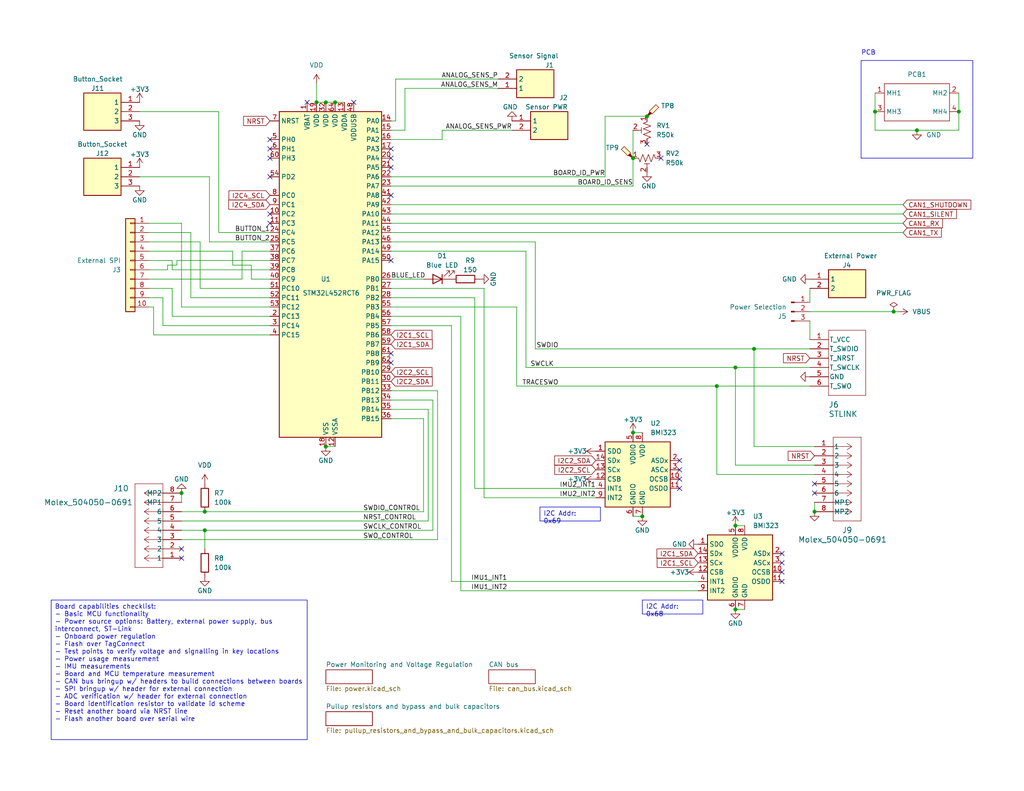
<source format=kicad_sch>
(kicad_sch (version 20230121) (generator eeschema)
  (paper "USLetter")
  (lib_symbols
    (symbol "Connector:Conn_01x03_Pin" (pin_names (offset 1.016) hide)
      (property "Reference" "J" (at 0 5.08 0))
      (property "Value" "Conn_01x03_Pin" (at 0 -5.08 0))
      (symbol "Conn_01x03_Pin_1_1"
        (polyline (pts (xy 1.27 -2.54) (xy 0.8636 -2.54)) (stroke (width 0.1524)))
        (polyline (pts (xy 1.27 0) (xy 0.8636 0)) (stroke (width 0.1524)))
        (polyline (pts (xy 1.27 2.54) (xy 0.8636 2.54)) (stroke (width 0.1524)))
        (rectangle (start 0.8636 -2.413) (end 0 -2.667) (stroke (width 0.1524)) (fill (type outline)))
        (rectangle (start 0.8636 0.127) (end 0 -0.127) (stroke (width 0.1524)) (fill (type outline)))
        (rectangle (start 0.8636 2.667) (end 0 2.413) (stroke (width 0.1524)) (fill (type outline)))
        (pin passive line (at 5.08 2.54 180) (length 3.81) (name "Pin_1") (number "1"))
        (pin passive line (at 5.08 0 180) (length 3.81) (name "Pin_2") (number "2"))
        (pin passive line (at 5.08 -2.54 180) (length 3.81) (name "Pin_3") (number "3"))
      )
    )
    (symbol "Connector:TestPoint_Probe" (pin_numbers hide) (pin_names (offset 0.762) hide)
      (property "Reference" "TP" (at 1.651 5.842 0))
      (property "Value" "TestPoint_Probe" (at 1.651 4.064 0))
      (symbol "TestPoint_Probe_0_1"
        (polyline (pts (xy 1.27 0.762) (xy 0 0) (xy 0.762 1.27) (xy 1.27 0.762)) (fill (type outline)))
        (polyline (pts (xy 1.397 0.635) (xy 0.635 1.397) (xy 2.413 3.175) (xy 3.175 2.413) (xy 1.397 0.635)) (fill (type background)))
      )
      (symbol "TestPoint_Probe_1_1"
        (pin passive line (at 0 0 90) (length 0) (name "1") (number "1"))
      )
    )
    (symbol "Connector_Generic:Conn_01x10" (pin_names (offset 1.016) hide)
      (property "Reference" "J" (at 0 12.7 0))
      (property "Value" "Conn_01x10" (at 0 -15.24 0))
      (symbol "Conn_01x10_1_1"
        (rectangle (start -1.27 -12.573) (end 0 -12.827) (stroke (width 0.1524)))
        (rectangle (start -1.27 -10.033) (end 0 -10.287) (stroke (width 0.1524)))
        (rectangle (start -1.27 -7.493) (end 0 -7.747) (stroke (width 0.1524)))
        (rectangle (start -1.27 -4.953) (end 0 -5.207) (stroke (width 0.1524)))
        (rectangle (start -1.27 -2.413) (end 0 -2.667) (stroke (width 0.1524)))
        (rectangle (start -1.27 0.127) (end 0 -0.127) (stroke (width 0.1524)))
        (rectangle (start -1.27 2.667) (end 0 2.413) (stroke (width 0.1524)))
        (rectangle (start -1.27 5.207) (end 0 4.953) (stroke (width 0.1524)))
        (rectangle (start -1.27 7.747) (end 0 7.493) (stroke (width 0.1524)))
        (rectangle (start -1.27 10.287) (end 0 10.033) (stroke (width 0.1524)))
        (rectangle (start -1.27 11.43) (end 1.27 -13.97) (stroke (width 0.254)) (fill (type background)))
        (pin passive line (at -5.08 10.16 0) (length 3.81) (name "Pin_1") (number "1"))
        (pin passive line (at -5.08 -12.7 0) (length 3.81) (name "Pin_10") (number "10"))
        (pin passive line (at -5.08 7.62 0) (length 3.81) (name "Pin_2") (number "2"))
        (pin passive line (at -5.08 5.08 0) (length 3.81) (name "Pin_3") (number "3"))
        (pin passive line (at -5.08 2.54 0) (length 3.81) (name "Pin_4") (number "4"))
        (pin passive line (at -5.08 0 0) (length 3.81) (name "Pin_5") (number "5"))
        (pin passive line (at -5.08 -2.54 0) (length 3.81) (name "Pin_6") (number "6"))
        (pin passive line (at -5.08 -5.08 0) (length 3.81) (name "Pin_7") (number "7"))
        (pin passive line (at -5.08 -7.62 0) (length 3.81) (name "Pin_8") (number "8"))
        (pin passive line (at -5.08 -10.16 0) (length 3.81) (name "Pin_9") (number "9"))
      )
    )
    (symbol "Device:LED" (pin_numbers hide) (pin_names (offset 1.016) hide)
      (property "Reference" "D" (at 0 2.54 0))
      (property "Value" "LED" (at 0 -2.54 0))
      (symbol "LED_0_1"
        (polyline (pts (xy -1.27 -1.27) (xy -1.27 1.27)) (stroke (width 0.254)))
        (polyline (pts (xy -1.27 0) (xy 1.27 0)))
        (polyline (pts (xy 1.27 -1.27) (xy 1.27 1.27) (xy -1.27 0) (xy 1.27 -1.27)) (stroke (width 0.254)))
        (polyline (pts (xy -3.048 -0.762) (xy -4.572 -2.286) (xy -3.81 -2.286) (xy -4.572 -2.286) (xy -4.572 -1.524)))
        (polyline (pts (xy -1.778 -0.762) (xy -3.302 -2.286) (xy -2.54 -2.286) (xy -3.302 -2.286) (xy -3.302 -1.524)))
      )
      (symbol "LED_1_1"
        (pin passive line (at -3.81 0 0) (length 2.54) (name "K") (number "1"))
        (pin passive line (at 3.81 0 180) (length 2.54) (name "A") (number "2"))
      )
    )
    (symbol "Device:R" (pin_numbers hide) (pin_names (offset 0))
      (property "Reference" "R" (at 2.032 0 90))
      (property "Value" "R" (at 0 0 90))
      (symbol "R_0_1"
        (rectangle (start -1.016 -2.54) (end 1.016 2.54) (stroke (width 0.254)))
      )
      (symbol "R_1_1"
        (pin passive line (at 0 3.81 270) (length 1.27) (name "~") (number "1"))
        (pin passive line (at 0 -3.81 90) (length 1.27) (name "~") (number "2"))
      )
    )
    (symbol "Device:R_Potentiometer_Trim_US" (pin_names (offset 1.016) hide)
      (property "Reference" "RV" (at -4.445 0 90))
      (property "Value" "R_Potentiometer_Trim_US" (at -2.54 0 90))
      (symbol "R_Potentiometer_Trim_US_0_1"
        (polyline (pts (xy 0 -2.286) (xy 0 -2.54)))
        (polyline (pts (xy 0 2.286) (xy 0 2.54)))
        (polyline (pts (xy 1.524 0.762) (xy 1.524 -0.762)))
        (polyline (pts (xy 2.54 0) (xy 1.524 0)))
        (polyline (pts (xy 0 -0.762) (xy 1.016 -1.143) (xy 0 -1.524) (xy -1.016 -1.905) (xy 0 -2.286)))
        (polyline (pts (xy 0 0.762) (xy 1.016 0.381) (xy 0 0) (xy -1.016 -0.381) (xy 0 -0.762)))
        (polyline (pts (xy 0 2.286) (xy 1.016 1.905) (xy 0 1.524) (xy -1.016 1.143) (xy 0 0.762)))
      )
      (symbol "R_Potentiometer_Trim_US_1_1"
        (pin passive line (at 0 3.81 270) (length 1.27) (name "1") (number "1"))
        (pin passive line (at 3.81 0 180) (length 1.27) (name "2") (number "2"))
        (pin passive line (at 0 -3.81 90) (length 1.27) (name "3") (number "3"))
      )
    )
    (symbol "MCU_ST_STM32L4:STM32L452RETx"
      (property "Reference" "U" (at -12.7 46.99 0))
      (property "Value" "STM32L452RETx" (at 10.16 46.99 0))
      (symbol "STM32L452RETx_0_1"
        (rectangle (start -12.7 -43.18) (end 15.24 45.72) (stroke (width 0.254)) (fill (type background)))
      )
      (symbol "STM32L452RETx_1_1"
        (pin power_in line (at -5.08 48.26 270) (length 2.54) (name "VBAT") (number "1"))
        (pin bidirectional line (at -15.24 17.78 0) (length 2.54) (name "PC2") (number "10"))
        (pin bidirectional line (at -15.24 15.24 0) (length 2.54) (name "PC3") (number "11"))
        (pin power_in line (at 2.54 -45.72 90) (length 2.54) (name "VSSA") (number "12"))
        (pin power_in line (at 5.08 48.26 270) (length 2.54) (name "VDDA") (number "13"))
        (pin bidirectional line (at 17.78 43.18 180) (length 2.54) (name "PA0") (number "14"))
        (pin bidirectional line (at 17.78 40.64 180) (length 2.54) (name "PA1") (number "15"))
        (pin bidirectional line (at 17.78 38.1 180) (length 2.54) (name "PA2") (number "16"))
        (pin bidirectional line (at 17.78 35.56 180) (length 2.54) (name "PA3") (number "17"))
        (pin power_in line (at 0 -45.72 90) (length 2.54) (name "VSS") (number "18"))
        (pin power_in line (at -2.54 48.26 270) (length 2.54) (name "VDD") (number "19"))
        (pin bidirectional line (at -15.24 -10.16 0) (length 2.54) (name "PC13") (number "2"))
        (pin bidirectional line (at 17.78 33.02 180) (length 2.54) (name "PA4") (number "20"))
        (pin bidirectional line (at 17.78 30.48 180) (length 2.54) (name "PA5") (number "21"))
        (pin bidirectional line (at 17.78 27.94 180) (length 2.54) (name "PA6") (number "22"))
        (pin bidirectional line (at 17.78 25.4 180) (length 2.54) (name "PA7") (number "23"))
        (pin bidirectional line (at -15.24 12.7 0) (length 2.54) (name "PC4") (number "24"))
        (pin bidirectional line (at -15.24 10.16 0) (length 2.54) (name "PC5") (number "25"))
        (pin bidirectional line (at 17.78 0 180) (length 2.54) (name "PB0") (number "26"))
        (pin bidirectional line (at 17.78 -2.54 180) (length 2.54) (name "PB1") (number "27"))
        (pin bidirectional line (at 17.78 -5.08 180) (length 2.54) (name "PB2") (number "28"))
        (pin bidirectional line (at 17.78 -25.4 180) (length 2.54) (name "PB10") (number "29"))
        (pin bidirectional line (at -15.24 -12.7 0) (length 2.54) (name "PC14") (number "3"))
        (pin bidirectional line (at 17.78 -27.94 180) (length 2.54) (name "PB11") (number "30"))
        (pin passive line (at 0 -45.72 90) (length 2.54) hide (name "VSS") (number "31"))
        (pin power_in line (at 0 48.26 270) (length 2.54) (name "VDD") (number "32"))
        (pin bidirectional line (at 17.78 -30.48 180) (length 2.54) (name "PB12") (number "33"))
        (pin bidirectional line (at 17.78 -33.02 180) (length 2.54) (name "PB13") (number "34"))
        (pin bidirectional line (at 17.78 -35.56 180) (length 2.54) (name "PB14") (number "35"))
        (pin bidirectional line (at 17.78 -38.1 180) (length 2.54) (name "PB15") (number "36"))
        (pin bidirectional line (at -15.24 7.62 0) (length 2.54) (name "PC6") (number "37"))
        (pin bidirectional line (at -15.24 5.08 0) (length 2.54) (name "PC7") (number "38"))
        (pin bidirectional line (at -15.24 2.54 0) (length 2.54) (name "PC8") (number "39"))
        (pin bidirectional line (at -15.24 -15.24 0) (length 2.54) (name "PC15") (number "4"))
        (pin bidirectional line (at -15.24 0 0) (length 2.54) (name "PC9") (number "40"))
        (pin bidirectional line (at 17.78 22.86 180) (length 2.54) (name "PA8") (number "41"))
        (pin bidirectional line (at 17.78 20.32 180) (length 2.54) (name "PA9") (number "42"))
        (pin bidirectional line (at 17.78 17.78 180) (length 2.54) (name "PA10") (number "43"))
        (pin bidirectional line (at 17.78 15.24 180) (length 2.54) (name "PA11") (number "44"))
        (pin bidirectional line (at 17.78 12.7 180) (length 2.54) (name "PA12") (number "45"))
        (pin bidirectional line (at 17.78 10.16 180) (length 2.54) (name "PA13") (number "46"))
        (pin passive line (at 0 -45.72 90) (length 2.54) hide (name "VSS") (number "47"))
        (pin power_in line (at 7.62 48.26 270) (length 2.54) (name "VDDUSB") (number "48"))
        (pin bidirectional line (at 17.78 7.62 180) (length 2.54) (name "PA14") (number "49"))
        (pin bidirectional line (at -15.24 38.1 0) (length 2.54) (name "PH0") (number "5"))
        (pin bidirectional line (at 17.78 5.08 180) (length 2.54) (name "PA15") (number "50"))
        (pin bidirectional line (at -15.24 -2.54 0) (length 2.54) (name "PC10") (number "51"))
        (pin bidirectional line (at -15.24 -5.08 0) (length 2.54) (name "PC11") (number "52"))
        (pin bidirectional line (at -15.24 -7.62 0) (length 2.54) (name "PC12") (number "53"))
        (pin bidirectional line (at -15.24 27.94 0) (length 2.54) (name "PD2") (number "54"))
        (pin bidirectional line (at 17.78 -7.62 180) (length 2.54) (name "PB3") (number "55"))
        (pin bidirectional line (at 17.78 -10.16 180) (length 2.54) (name "PB4") (number "56"))
        (pin bidirectional line (at 17.78 -12.7 180) (length 2.54) (name "PB5") (number "57"))
        (pin bidirectional line (at 17.78 -15.24 180) (length 2.54) (name "PB6") (number "58"))
        (pin bidirectional line (at 17.78 -17.78 180) (length 2.54) (name "PB7") (number "59"))
        (pin bidirectional line (at -15.24 35.56 0) (length 2.54) (name "PH1") (number "6"))
        (pin bidirectional line (at -15.24 33.02 0) (length 2.54) (name "PH3") (number "60"))
        (pin bidirectional line (at 17.78 -20.32 180) (length 2.54) (name "PB8") (number "61"))
        (pin bidirectional line (at 17.78 -22.86 180) (length 2.54) (name "PB9") (number "62"))
        (pin passive line (at 0 -45.72 90) (length 2.54) hide (name "VSS") (number "63"))
        (pin power_in line (at 2.54 48.26 270) (length 2.54) (name "VDD") (number "64"))
        (pin input line (at -15.24 43.18 0) (length 2.54) (name "NRST") (number "7"))
        (pin bidirectional line (at -15.24 22.86 0) (length 2.54) (name "PC0") (number "8"))
        (pin bidirectional line (at -15.24 20.32 0) (length 2.54) (name "PC1") (number "9"))
      )
    )
    (symbol "Sensor_Motion:BMI160"
      (property "Reference" "U" (at -10.16 8.89 0))
      (property "Value" "BMI160" (at 7.62 8.89 0))
      (symbol "BMI160_1_1"
        (rectangle (start -10.16 7.62) (end 7.62 -10.16) (stroke (width 0.254)) (fill (type background)))
        (pin bidirectional line (at -12.7 5.08 0) (length 2.54) (name "SDO") (number "1"))
        (pin bidirectional line (at 10.16 -2.54 180) (length 2.54) (name "OCSB") (number "10"))
        (pin bidirectional line (at 10.16 -5.08 180) (length 2.54) (name "OSDO") (number "11"))
        (pin input line (at -12.7 -2.54 0) (length 2.54) (name "CSB") (number "12"))
        (pin input line (at -12.7 0 0) (length 2.54) (name "SCx") (number "13"))
        (pin bidirectional line (at -12.7 2.54 0) (length 2.54) (name "SDx") (number "14"))
        (pin bidirectional line (at 10.16 2.54 180) (length 2.54) (name "ASDx") (number "2"))
        (pin output line (at 10.16 0 180) (length 2.54) (name "ASCx") (number "3"))
        (pin bidirectional line (at -12.7 -5.08 0) (length 2.54) (name "INT1") (number "4"))
        (pin power_in line (at -2.54 10.16 270) (length 2.54) (name "VDDIO") (number "5"))
        (pin power_in line (at -2.54 -12.7 90) (length 2.54) (name "GNDIO") (number "6"))
        (pin power_in line (at 0 -12.7 90) (length 2.54) (name "GND") (number "7"))
        (pin power_in line (at 0 10.16 270) (length 2.54) (name "VDD") (number "8"))
        (pin bidirectional line (at -12.7 -7.62 0) (length 2.54) (name "INT2") (number "9"))
      )
    )
    (symbol "TVSC:B2B-PH-K-S__LF__SN_"
      (property "Reference" "J" (at 16.51 7.62 0))
      (property "Value" "B2B-PH-K-S__LF__SN_" (at 16.51 5.08 0))
      (symbol "B2B-PH-K-S__LF__SN__1_1"
        (rectangle (start 5.08 2.54) (end 15.24 -5.08) (stroke (width 0.254)) (fill (type background)))
        (pin passive line (at 0 -2.54 0) (length 5.08) (name "1") (number "1"))
        (pin passive line (at 0 0 0) (length 5.08) (name "2") (number "2"))
      )
    )
    (symbol "TVSC:B3B-PH-K-S"
      (property "Reference" "J" (at 16.51 7.62 0))
      (property "Value" "B3B-PH-K-S" (at 16.51 5.08 0))
      (symbol "B3B-PH-K-S_1_1"
        (rectangle (start 5.08 2.54) (end 15.24 -7.62) (stroke (width 0.254)) (fill (type background)))
        (pin passive line (at 0 0 0) (length 5.08) (name "1") (number "1"))
        (pin passive line (at 0 -2.54 0) (length 5.08) (name "2") (number "2"))
        (pin passive line (at 0 -5.08 0) (length 5.08) (name "3") (number "3"))
      )
    )
    (symbol "TVSC:Four_Mounting_Hole_PCB" (in_bom no)
      (property "Reference" "PCB" (at 0 0 0))
      (symbol "Four_Mounting_Hole_PCB_0_1"
        (rectangle (start -8.89 5.08) (end 8.89 -5.08))
      )
      (symbol "Four_Mounting_Hole_PCB_1_1"
        (pin power_in line (at -11.43 2.54 0) (length 2.54) (name "MH1") (number "1"))
        (pin power_in line (at 11.43 2.54 180) (length 2.54) (name "MH2") (number "2"))
        (pin power_in line (at -11.43 -2.54 0) (length 2.54) (name "MH3") (number "3"))
        (pin power_in line (at 11.43 -2.54 180) (length 2.54) (name "MH4") (number "4"))
      )
    )
    (symbol "TVSC:Molex_504050-0691" (pin_names (offset 0.254))
      (property "Reference" "J" (at 13.97 -7.62 0))
      (property "Value" "Molex_504050-0691" (at 25.4 -10.16 0))
      (symbol "Molex_504050-0691_1_1"
        (polyline (pts (xy 5.08 -20.32) (xy 12.7 -20.32)) (stroke (width 0.127)))
        (polyline (pts (xy 5.08 2.54) (xy 5.08 -20.32)) (stroke (width 0.127)))
        (polyline (pts (xy 10.16 -17.78) (xy 5.08 -17.78)) (stroke (width 0.127)))
        (polyline (pts (xy 10.16 -17.78) (xy 8.89 -18.6267)) (stroke (width 0.127)))
        (polyline (pts (xy 10.16 -17.78) (xy 8.89 -16.9333)) (stroke (width 0.127)))
        (polyline (pts (xy 10.16 -15.24) (xy 5.08 -15.24)) (stroke (width 0.127)))
        (polyline (pts (xy 10.16 -15.24) (xy 8.89 -16.0867)) (stroke (width 0.127)))
        (polyline (pts (xy 10.16 -15.24) (xy 8.89 -14.3933)) (stroke (width 0.127)))
        (polyline (pts (xy 10.16 -12.7) (xy 5.08 -12.7)) (stroke (width 0.127)))
        (polyline (pts (xy 10.16 -12.7) (xy 8.89 -13.5467)) (stroke (width 0.127)))
        (polyline (pts (xy 10.16 -12.7) (xy 8.89 -11.8533)) (stroke (width 0.127)))
        (polyline (pts (xy 10.16 -10.16) (xy 5.08 -10.16)) (stroke (width 0.127)))
        (polyline (pts (xy 10.16 -10.16) (xy 8.89 -11.0067)) (stroke (width 0.127)))
        (polyline (pts (xy 10.16 -10.16) (xy 8.89 -9.3133)) (stroke (width 0.127)))
        (polyline (pts (xy 10.16 -7.62) (xy 5.08 -7.62)) (stroke (width 0.127)))
        (polyline (pts (xy 10.16 -7.62) (xy 8.89 -8.4667)) (stroke (width 0.127)))
        (polyline (pts (xy 10.16 -7.62) (xy 8.89 -6.7733)) (stroke (width 0.127)))
        (polyline (pts (xy 10.16 -5.08) (xy 5.08 -5.08)) (stroke (width 0.127)))
        (polyline (pts (xy 10.16 -5.08) (xy 8.89 -5.9267)) (stroke (width 0.127)))
        (polyline (pts (xy 10.16 -5.08) (xy 8.89 -4.2333)) (stroke (width 0.127)))
        (polyline (pts (xy 10.16 -2.54) (xy 5.08 -2.54)) (stroke (width 0.127)))
        (polyline (pts (xy 10.16 -2.54) (xy 8.89 -3.3867)) (stroke (width 0.127)))
        (polyline (pts (xy 10.16 -2.54) (xy 8.89 -1.6933)) (stroke (width 0.127)))
        (polyline (pts (xy 10.16 0) (xy 5.08 0)) (stroke (width 0.127)))
        (polyline (pts (xy 10.16 0) (xy 8.89 -0.8467)) (stroke (width 0.127)))
        (polyline (pts (xy 10.16 0) (xy 8.89 0.8467)) (stroke (width 0.127)))
        (polyline (pts (xy 12.7 -20.32) (xy 12.7 2.54)) (stroke (width 0.127)))
        (polyline (pts (xy 12.7 2.54) (xy 5.08 2.54)) (stroke (width 0.127)))
        (pin passive line (at 0 0 0) (length 5.08) (name "1") (number "1"))
        (pin passive line (at 0 -2.54 0) (length 5.08) (name "2") (number "2"))
        (pin passive line (at 0 -5.08 0) (length 5.08) (name "3") (number "3"))
        (pin passive line (at 0 -7.62 0) (length 5.08) (name "4") (number "4"))
        (pin passive line (at 0 -10.16 0) (length 5.08) (name "5") (number "5"))
        (pin passive line (at 0 -12.7 0) (length 5.08) (name "6") (number "6"))
        (pin power_in line (at 0 -15.24 0) (length 5.08) (name "MP1") (number "7"))
        (pin power_in line (at 0 -17.78 0) (length 5.08) (name "MP2") (number "8"))
      )
      (symbol "Molex_504050-0691_1_2"
        (polyline (pts (xy 5.08 -20.32) (xy 12.7 -20.32)) (stroke (width 0.127)))
        (polyline (pts (xy 5.08 2.54) (xy 5.08 -20.32)) (stroke (width 0.127)))
        (polyline (pts (xy 7.62 -17.78) (xy 5.08 -17.78)) (stroke (width 0.127)))
        (polyline (pts (xy 7.62 -17.78) (xy 8.89 -18.6267)) (stroke (width 0.127)))
        (polyline (pts (xy 7.62 -17.78) (xy 8.89 -16.9333)) (stroke (width 0.127)))
        (polyline (pts (xy 7.62 -15.24) (xy 5.08 -15.24)) (stroke (width 0.127)))
        (polyline (pts (xy 7.62 -15.24) (xy 8.89 -16.0867)) (stroke (width 0.127)))
        (polyline (pts (xy 7.62 -15.24) (xy 8.89 -14.3933)) (stroke (width 0.127)))
        (polyline (pts (xy 7.62 -12.7) (xy 5.08 -12.7)) (stroke (width 0.127)))
        (polyline (pts (xy 7.62 -12.7) (xy 8.89 -13.5467)) (stroke (width 0.127)))
        (polyline (pts (xy 7.62 -12.7) (xy 8.89 -11.8533)) (stroke (width 0.127)))
        (polyline (pts (xy 7.62 -10.16) (xy 5.08 -10.16)) (stroke (width 0.127)))
        (polyline (pts (xy 7.62 -10.16) (xy 8.89 -11.0067)) (stroke (width 0.127)))
        (polyline (pts (xy 7.62 -10.16) (xy 8.89 -9.3133)) (stroke (width 0.127)))
        (polyline (pts (xy 7.62 -7.62) (xy 5.08 -7.62)) (stroke (width 0.127)))
        (polyline (pts (xy 7.62 -7.62) (xy 8.89 -8.4667)) (stroke (width 0.127)))
        (polyline (pts (xy 7.62 -7.62) (xy 8.89 -6.7733)) (stroke (width 0.127)))
        (polyline (pts (xy 7.62 -5.08) (xy 5.08 -5.08)) (stroke (width 0.127)))
        (polyline (pts (xy 7.62 -5.08) (xy 8.89 -5.9267)) (stroke (width 0.127)))
        (polyline (pts (xy 7.62 -5.08) (xy 8.89 -4.2333)) (stroke (width 0.127)))
        (polyline (pts (xy 7.62 -2.54) (xy 5.08 -2.54)) (stroke (width 0.127)))
        (polyline (pts (xy 7.62 -2.54) (xy 8.89 -3.3867)) (stroke (width 0.127)))
        (polyline (pts (xy 7.62 -2.54) (xy 8.89 -1.6933)) (stroke (width 0.127)))
        (polyline (pts (xy 7.62 0) (xy 5.08 0)) (stroke (width 0.127)))
        (polyline (pts (xy 7.62 0) (xy 8.89 -0.8467)) (stroke (width 0.127)))
        (polyline (pts (xy 7.62 0) (xy 8.89 0.8467)) (stroke (width 0.127)))
        (polyline (pts (xy 12.7 -20.32) (xy 12.7 2.54)) (stroke (width 0.127)))
        (polyline (pts (xy 12.7 2.54) (xy 5.08 2.54)) (stroke (width 0.127)))
        (pin unspecified line (at 0 0 0) (length 5.08) (name "1") (number "1"))
        (pin unspecified line (at 0 -2.54 0) (length 5.08) (name "2") (number "2"))
        (pin unspecified line (at 0 -5.08 0) (length 5.08) (name "3") (number "3"))
        (pin unspecified line (at 0 -7.62 0) (length 5.08) (name "4") (number "4"))
        (pin unspecified line (at 0 -10.16 0) (length 5.08) (name "5") (number "5"))
        (pin unspecified line (at 0 -12.7 0) (length 5.08) (name "6") (number "6"))
        (pin unspecified line (at 0 -15.24 0) (length 5.08) (name "7") (number "7"))
        (pin unspecified line (at 0 -17.78 0) (length 5.08) (name "8") (number "8"))
      )
    )
    (symbol "TVSC:STLINK_TagConnect_6" (pin_names (offset 0.254)) (in_bom no)
      (property "Reference" "J" (at 0 6.35 0))
      (property "Value" "STLINK_TagConnect_6" (at 0 -15.24 0))
      (symbol "STLINK_TagConnect_6_1_1"
        (polyline (pts (xy -5.08 -12.7) (xy 5.08 -12.7)) (stroke (width 0.127)))
        (polyline (pts (xy -5.08 5.08) (xy -5.08 -12.7)) (stroke (width 0.127)))
        (polyline (pts (xy 5.08 -12.7) (xy 5.08 5.08)) (stroke (width 0.127)))
        (polyline (pts (xy 5.08 5.08) (xy -5.08 5.08)) (stroke (width 0.127)))
        (pin power_out line (at -10.16 2.54 0) (length 5.08) (name "T_VCC") (number "1"))
        (pin bidirectional line (at -10.16 0 0) (length 5.08) (name "T_SWDIO") (number "2"))
        (pin output line (at -10.16 -2.54 0) (length 5.08) (name "T_NRST") (number "3"))
        (pin input line (at -10.16 -5.08 0) (length 5.08) (name "T_SWCLK") (number "4"))
        (pin power_out line (at -10.16 -7.62 0) (length 5.08) (name "GND") (number "5"))
        (pin output line (at -10.16 -10.16 0) (length 5.08) (name "T_SWO") (number "6"))
      )
      (symbol "STLINK_TagConnect_6_1_2"
        (polyline (pts (xy 5.08 -20.32) (xy 12.7 -20.32)) (stroke (width 0.127)))
        (polyline (pts (xy 5.08 2.54) (xy 5.08 -20.32)) (stroke (width 0.127)))
        (polyline (pts (xy 7.62 -17.78) (xy 5.08 -17.78)) (stroke (width 0.127)))
        (polyline (pts (xy 7.62 -17.78) (xy 8.89 -18.6267)) (stroke (width 0.127)))
        (polyline (pts (xy 7.62 -17.78) (xy 8.89 -16.9333)) (stroke (width 0.127)))
        (polyline (pts (xy 7.62 -15.24) (xy 5.08 -15.24)) (stroke (width 0.127)))
        (polyline (pts (xy 7.62 -15.24) (xy 8.89 -16.0867)) (stroke (width 0.127)))
        (polyline (pts (xy 7.62 -15.24) (xy 8.89 -14.3933)) (stroke (width 0.127)))
        (polyline (pts (xy 7.62 -12.7) (xy 5.08 -12.7)) (stroke (width 0.127)))
        (polyline (pts (xy 7.62 -12.7) (xy 8.89 -13.5467)) (stroke (width 0.127)))
        (polyline (pts (xy 7.62 -12.7) (xy 8.89 -11.8533)) (stroke (width 0.127)))
        (polyline (pts (xy 7.62 -10.16) (xy 5.08 -10.16)) (stroke (width 0.127)))
        (polyline (pts (xy 7.62 -10.16) (xy 8.89 -11.0067)) (stroke (width 0.127)))
        (polyline (pts (xy 7.62 -10.16) (xy 8.89 -9.3133)) (stroke (width 0.127)))
        (polyline (pts (xy 7.62 -7.62) (xy 5.08 -7.62)) (stroke (width 0.127)))
        (polyline (pts (xy 7.62 -7.62) (xy 8.89 -8.4667)) (stroke (width 0.127)))
        (polyline (pts (xy 7.62 -7.62) (xy 8.89 -6.7733)) (stroke (width 0.127)))
        (polyline (pts (xy 7.62 -5.08) (xy 5.08 -5.08)) (stroke (width 0.127)))
        (polyline (pts (xy 7.62 -5.08) (xy 8.89 -5.9267)) (stroke (width 0.127)))
        (polyline (pts (xy 7.62 -5.08) (xy 8.89 -4.2333)) (stroke (width 0.127)))
        (polyline (pts (xy 7.62 -2.54) (xy 5.08 -2.54)) (stroke (width 0.127)))
        (polyline (pts (xy 7.62 -2.54) (xy 8.89 -3.3867)) (stroke (width 0.127)))
        (polyline (pts (xy 7.62 -2.54) (xy 8.89 -1.6933)) (stroke (width 0.127)))
        (polyline (pts (xy 7.62 0) (xy 5.08 0)) (stroke (width 0.127)))
        (polyline (pts (xy 7.62 0) (xy 8.89 -0.8467)) (stroke (width 0.127)))
        (polyline (pts (xy 7.62 0) (xy 8.89 0.8467)) (stroke (width 0.127)))
        (polyline (pts (xy 12.7 -20.32) (xy 12.7 2.54)) (stroke (width 0.127)))
        (polyline (pts (xy 12.7 2.54) (xy 5.08 2.54)) (stroke (width 0.127)))
        (pin unspecified line (at 0 0 0) (length 5.08) (name "1") (number "1"))
        (pin unspecified line (at 0 -2.54 0) (length 5.08) (name "2") (number "2"))
        (pin unspecified line (at 0 -5.08 0) (length 5.08) (name "3") (number "3"))
        (pin unspecified line (at 0 -7.62 0) (length 5.08) (name "4") (number "4"))
        (pin unspecified line (at 0 -10.16 0) (length 5.08) (name "5") (number "5"))
        (pin unspecified line (at 0 -12.7 0) (length 5.08) (name "6") (number "6"))
        (pin unspecified line (at 0 -15.24 0) (length 5.08) (name "7") (number "7"))
        (pin unspecified line (at 0 -17.78 0) (length 5.08) (name "8") (number "8"))
      )
    )
    (symbol "power:+3V3" (power) (pin_names (offset 0))
      (property "Value" "+3V3" (at 0 3.556 0))
      (symbol "+3V3_0_1"
        (polyline (pts (xy -0.762 1.27) (xy 0 2.54)))
        (polyline (pts (xy 0 0) (xy 0 2.54)))
        (polyline (pts (xy 0 2.54) (xy 0.762 1.27)))
      )
      (symbol "+3V3_1_1"
        (pin power_in line (at 0 0 90) (length 0) hide (name "+3V3") (number "1"))
      )
    )
    (symbol "power:GND" (power) (pin_names (offset 0))
      (property "Value" "GND" (at 0 -3.81 0))
      (symbol "GND_0_1"
        (polyline (pts (xy 0 0) (xy 0 -1.27) (xy 1.27 -1.27) (xy 0 -2.54) (xy -1.27 -1.27) (xy 0 -1.27)))
      )
      (symbol "GND_1_1"
        (pin power_in line (at 0 0 270) (length 0) hide (name "GND") (number "1"))
      )
    )
    (symbol "power:PWR_FLAG" (power) (pin_numbers hide) (pin_names (offset 0) hide)
      (property "Value" "PWR_FLAG" (at 0 3.81 0))
      (symbol "PWR_FLAG_0_0"
        (pin power_out line (at 0 0 90) (length 0) (name "pwr") (number "1"))
      )
      (symbol "PWR_FLAG_0_1"
        (polyline (pts (xy 0 0) (xy 0 1.27) (xy -1.016 1.905) (xy 0 2.54) (xy 1.016 1.905) (xy 0 1.27)))
      )
    )
    (symbol "power:VBUS" (power) (pin_names (offset 0))
      (property "Value" "VBUS" (at 0 3.81 0))
      (symbol "VBUS_0_1"
        (polyline (pts (xy -0.762 1.27) (xy 0 2.54)))
        (polyline (pts (xy 0 0) (xy 0 2.54)))
        (polyline (pts (xy 0 2.54) (xy 0.762 1.27)))
      )
      (symbol "VBUS_1_1"
        (pin power_in line (at 0 0 90) (length 0) hide (name "VBUS") (number "1"))
      )
    )
    (symbol "power:VDD" (power) (pin_names (offset 0))
      (property "Value" "VDD" (at 0 3.81 0))
      (symbol "VDD_0_1"
        (polyline (pts (xy -0.762 1.27) (xy 0 2.54)))
        (polyline (pts (xy 0 0) (xy 0 2.54)))
        (polyline (pts (xy 0 2.54) (xy 0.762 1.27)))
      )
      (symbol "VDD_1_1"
        (pin power_in line (at 0 0 90) (length 0) hide (name "VDD") (number "1"))
      )
    )
  )
  (junction (at 250.19 35.56))
  (junction (at 200.66 143.51))
  (junction (at 88.9 121.92))
  (junction (at 175.26 140.97))
  (junction (at 243.84 85.09))
  (junction (at 91.44 27.94))
  (junction (at 205.74 95.25))
  (junction (at 200.66 166.37))
  (junction (at 172.72 43.18))
  (junction (at 55.88 144.78))
  (junction (at 176.53 31.75))
  (junction (at 172.72 118.11))
  (junction (at 88.9 27.94))
  (junction (at 86.36 27.94))
  (junction (at 261.62 30.48))
  (junction (at 222.25 139.7))
  (junction (at 55.88 139.7))
  (junction (at 195.58 105.41))
  (junction (at 238.76 30.48))
  (junction (at 49.53 134.62))
  (junction (at 200.66 100.33))
  (no_connect (at 185.42 125.73))
  (no_connect (at 106.68 40.64))
  (no_connect (at 73.66 58.42))
  (no_connect (at 185.42 130.81))
  (no_connect (at 49.53 152.4))
  (no_connect (at 213.36 158.75))
  (no_connect (at 106.68 99.06))
  (no_connect (at 213.36 156.21))
  (no_connect (at 106.68 43.18))
  (no_connect (at 213.36 153.67))
  (no_connect (at 73.66 38.1))
  (no_connect (at 106.68 45.72))
  (no_connect (at 213.36 151.13))
  (no_connect (at 49.53 149.86))
  (no_connect (at 73.66 40.64))
  (no_connect (at 176.53 39.37))
  (no_connect (at 106.68 71.12))
  (no_connect (at 185.42 128.27))
  (no_connect (at 83.82 27.94))
  (no_connect (at 185.42 133.35))
  (no_connect (at 222.25 132.08))
  (no_connect (at 106.68 53.34))
  (no_connect (at 96.52 27.94))
  (no_connect (at 73.66 60.96))
  (no_connect (at 180.34 43.18))
  (no_connect (at 73.66 48.26))
  (no_connect (at 222.25 134.62))
  (no_connect (at 106.68 96.52))
  (no_connect (at 73.66 43.18))
  (wire (pts (xy 146.05 95.25) (xy 205.74 95.25)))
  (wire (pts (xy 73.66 86.36) (xy 46.99 86.36)))
  (wire (pts (xy 195.58 129.54) (xy 195.58 105.41)))
  (wire (pts (xy 238.76 35.56) (xy 250.19 35.56)))
  (wire (pts (xy 120.65 38.1) (xy 106.68 38.1)))
  (wire (pts (xy 45.72 73.66) (xy 45.72 72.39)))
  (wire (pts (xy 59.69 30.48) (xy 59.69 63.5)))
  (wire (pts (xy 132.08 135.89) (xy 162.56 135.89)))
  (wire (pts (xy 238.76 25.4) (xy 238.76 30.48)))
  (wire (pts (xy 40.64 73.66) (xy 45.72 73.66)))
  (wire (pts (xy 120.65 35.56) (xy 139.7 35.56)))
  (wire (pts (xy 119.38 106.68) (xy 119.38 147.32)))
  (wire (pts (xy 132.08 78.74) (xy 132.08 135.89)))
  (wire (pts (xy 73.66 91.44) (xy 41.91 91.44)))
  (wire (pts (xy 129.54 133.35) (xy 162.56 133.35)))
  (wire (pts (xy 68.58 76.2) (xy 73.66 76.2)))
  (wire (pts (xy 143.51 100.33) (xy 200.66 100.33)))
  (wire (pts (xy 55.88 139.7) (xy 49.53 139.7)))
  (wire (pts (xy 116.84 111.76) (xy 116.84 142.24)))
  (wire (pts (xy 91.44 27.94) (xy 93.98 27.94)))
  (wire (pts (xy 86.36 22.86) (xy 86.36 27.94)))
  (wire (pts (xy 68.58 72.39) (xy 68.58 76.2)))
  (wire (pts (xy 106.68 63.5) (xy 246.38 63.5)))
  (wire (pts (xy 222.25 127) (xy 200.66 127)))
  (wire (pts (xy 106.68 35.56) (xy 110.49 35.56)))
  (wire (pts (xy 146.05 66.04) (xy 146.05 95.25)))
  (wire (pts (xy 165.1 31.75) (xy 176.53 31.75)))
  (wire (pts (xy 86.36 27.94) (xy 88.9 27.94)))
  (wire (pts (xy 250.19 35.56) (xy 261.62 35.56)))
  (wire (pts (xy 172.72 140.97) (xy 175.26 140.97)))
  (wire (pts (xy 59.69 30.48) (xy 38.1 30.48)))
  (wire (pts (xy 118.11 109.22) (xy 118.11 144.78)))
  (wire (pts (xy 115.57 76.2) (xy 106.68 76.2)))
  (wire (pts (xy 107.95 21.59) (xy 135.89 21.59)))
  (wire (pts (xy 146.05 66.04) (xy 106.68 66.04)))
  (wire (pts (xy 129.54 81.28) (xy 129.54 133.35)))
  (wire (pts (xy 63.5 72.39) (xy 68.58 72.39)))
  (wire (pts (xy 54.61 78.74) (xy 73.66 78.74)))
  (wire (pts (xy 66.04 68.58) (xy 66.04 76.2)))
  (wire (pts (xy 44.45 88.9) (xy 44.45 81.28)))
  (wire (pts (xy 222.25 129.54) (xy 195.58 129.54)))
  (wire (pts (xy 55.88 144.78) (xy 118.11 144.78)))
  (wire (pts (xy 40.64 76.2) (xy 66.04 76.2)))
  (wire (pts (xy 106.68 60.96) (xy 246.38 60.96)))
  (wire (pts (xy 54.61 66.04) (xy 40.64 66.04)))
  (wire (pts (xy 46.99 78.74) (xy 40.64 78.74)))
  (wire (pts (xy 106.68 86.36) (xy 125.73 86.36)))
  (wire (pts (xy 106.68 109.22) (xy 118.11 109.22)))
  (wire (pts (xy 41.91 91.44) (xy 41.91 83.82)))
  (wire (pts (xy 106.68 58.42) (xy 246.38 58.42)))
  (wire (pts (xy 40.64 71.12) (xy 46.99 71.12)))
  (wire (pts (xy 46.99 86.36) (xy 46.99 78.74)))
  (wire (pts (xy 49.53 144.78) (xy 55.88 144.78)))
  (wire (pts (xy 49.53 60.96) (xy 49.53 83.82)))
  (wire (pts (xy 190.5 158.75) (xy 123.19 158.75)))
  (wire (pts (xy 140.97 83.82) (xy 106.68 83.82)))
  (wire (pts (xy 73.66 63.5) (xy 59.69 63.5)))
  (wire (pts (xy 63.5 68.58) (xy 40.64 68.58)))
  (wire (pts (xy 48.26 71.12) (xy 73.66 71.12)))
  (wire (pts (xy 106.68 111.76) (xy 116.84 111.76)))
  (wire (pts (xy 116.84 142.24) (xy 49.53 142.24)))
  (wire (pts (xy 106.68 68.58) (xy 143.51 68.58)))
  (wire (pts (xy 123.19 158.75) (xy 123.19 88.9)))
  (wire (pts (xy 52.07 63.5) (xy 40.64 63.5)))
  (wire (pts (xy 49.53 137.16) (xy 49.53 134.62)))
  (wire (pts (xy 220.98 85.09) (xy 243.84 85.09)))
  (wire (pts (xy 88.9 121.92) (xy 91.44 121.92)))
  (wire (pts (xy 222.25 137.16) (xy 222.25 139.7)))
  (wire (pts (xy 49.53 147.32) (xy 119.38 147.32)))
  (wire (pts (xy 49.53 60.96) (xy 40.64 60.96)))
  (wire (pts (xy 106.68 81.28) (xy 129.54 81.28)))
  (wire (pts (xy 200.66 127) (xy 200.66 100.33)))
  (wire (pts (xy 110.49 35.56) (xy 110.49 24.13)))
  (wire (pts (xy 52.07 81.28) (xy 73.66 81.28)))
  (wire (pts (xy 172.72 50.8) (xy 106.68 50.8)))
  (wire (pts (xy 44.45 81.28) (xy 40.64 81.28)))
  (wire (pts (xy 57.15 66.04) (xy 73.66 66.04)))
  (wire (pts (xy 172.72 118.11) (xy 175.26 118.11)))
  (wire (pts (xy 63.5 68.58) (xy 63.5 72.39)))
  (wire (pts (xy 41.91 83.82) (xy 40.64 83.82)))
  (wire (pts (xy 238.76 30.48) (xy 238.76 35.56)))
  (wire (pts (xy 66.04 68.58) (xy 73.66 68.58)))
  (wire (pts (xy 143.51 68.58) (xy 143.51 100.33)))
  (wire (pts (xy 123.19 88.9) (xy 106.68 88.9)))
  (wire (pts (xy 46.99 71.12) (xy 46.99 73.66)))
  (wire (pts (xy 200.66 100.33) (xy 220.98 100.33)))
  (wire (pts (xy 115.57 114.3) (xy 106.68 114.3)))
  (wire (pts (xy 261.62 30.48) (xy 261.62 35.56)))
  (wire (pts (xy 165.1 48.26) (xy 106.68 48.26)))
  (wire (pts (xy 172.72 43.18) (xy 172.72 50.8)))
  (wire (pts (xy 125.73 86.36) (xy 125.73 161.29)))
  (wire (pts (xy 106.68 78.74) (xy 132.08 78.74)))
  (wire (pts (xy 45.72 72.39) (xy 48.26 72.39)))
  (wire (pts (xy 125.73 161.29) (xy 190.5 161.29)))
  (wire (pts (xy 46.99 73.66) (xy 73.66 73.66)))
  (wire (pts (xy 110.49 24.13) (xy 135.89 24.13)))
  (wire (pts (xy 120.65 35.56) (xy 120.65 38.1)))
  (wire (pts (xy 107.95 33.02) (xy 106.68 33.02)))
  (wire (pts (xy 49.53 83.82) (xy 73.66 83.82)))
  (wire (pts (xy 115.57 114.3) (xy 115.57 139.7)))
  (wire (pts (xy 48.26 72.39) (xy 48.26 71.12)))
  (wire (pts (xy 57.15 66.04) (xy 57.15 48.26)))
  (wire (pts (xy 205.74 121.92) (xy 205.74 95.25)))
  (wire (pts (xy 73.66 88.9) (xy 44.45 88.9)))
  (wire (pts (xy 140.97 105.41) (xy 140.97 83.82)))
  (wire (pts (xy 106.68 55.88) (xy 246.38 55.88)))
  (wire (pts (xy 140.97 105.41) (xy 195.58 105.41)))
  (wire (pts (xy 243.84 85.09) (xy 245.11 85.09)))
  (wire (pts (xy 107.95 21.59) (xy 107.95 33.02)))
  (wire (pts (xy 38.1 48.26) (xy 57.15 48.26)))
  (wire (pts (xy 200.66 143.51) (xy 203.2 143.51)))
  (wire (pts (xy 115.57 139.7) (xy 55.88 139.7)))
  (wire (pts (xy 261.62 25.4) (xy 261.62 30.48)))
  (wire (pts (xy 220.98 87.63) (xy 220.98 92.71)))
  (wire (pts (xy 195.58 105.41) (xy 220.98 105.41)))
  (wire (pts (xy 165.1 31.75) (xy 165.1 48.26)))
  (wire (pts (xy 55.88 144.78) (xy 55.88 149.86)))
  (wire (pts (xy 220.98 78.74) (xy 220.98 82.55)))
  (wire (pts (xy 172.72 35.56) (xy 172.72 43.18)))
  (wire (pts (xy 106.68 106.68) (xy 119.38 106.68)))
  (wire (pts (xy 52.07 81.28) (xy 52.07 63.5)))
  (wire (pts (xy 54.61 66.04) (xy 54.61 78.74)))
  (wire (pts (xy 222.25 121.92) (xy 205.74 121.92)))
  (wire (pts (xy 88.9 27.94) (xy 91.44 27.94)))
  (wire (pts (xy 205.74 95.25) (xy 220.98 95.25)))
  (wire (pts (xy 203.2 166.37) (xy 200.66 166.37)))
  (rectangle (start 234.95 16.51) (end 265.43 43.18))
  (text_box "I2C Addr: 0x68" (at 175.26 163.83 0) (size 16.51 3.81) (effects (font (size 1.27 1.27)) (justify left top)))
  (text_box "I2C Addr: 0x69" (at 147.32 138.43 0) (size 16.51 3.81) (effects (font (size 1.27 1.27)) (justify left top)))
  (text_box "Board capabilities checklist:\n- Basic MCU functionality\n- Power source options: Battery, external power supply, bus interconnect, ST-Link\n- Onboard power regulation\n- Flash over TagConnect\n- Test points to verify voltage and signalling in key locations\n- Power usage measurement\n- IMU measurements\n- Board and MCU temperature measurement\n- CAN bus bringup w/ headers to build connections between boards\n- SPI bringup w/ header for external connection\n- ADC verification w/ header for external connection\n- Board identification resistor to validate id scheme\n- Reset another board via NRST line\n- Flash another board over serial wire" (at 13.97 163.83 0) (size 69.85 38.1) (effects (font (size 1.27 1.27)) (justify left top)))
  (text "PCB" (at 234.95 15.24 0) (effects (font (size 1.27 1.27)) (justify left bottom)))
  (label "BLUE_LED" (at 106.68 76.2 0))
  (label "ANALOG_SENS_PWR" (at 139.7 35.56 180))
  (label "IMU2_INT2" (at 162.56 135.89 180))
  (label "IMU1_INT1" (at 138.43 158.75 180))
  (label "SWO_CONTROL" (at 99.06 147.32 0))
  (label "BUTTON_2" (at 73.66 66.04 180))
  (label "IMU1_INT2" (at 138.43 161.29 180))
  (label "BOARD_ID_SENS" (at 172.72 50.8 180))
  (label "SWDIO" (at 152.4 95.25 180))
  (label "SWCLK_CONTROL" (at 99.06 144.78 0))
  (label "ANALOG_SENS_M" (at 135.89 24.13 180))
  (label "BUTTON_1" (at 73.66 63.5 180))
  (label "SWDIO_CONTROL" (at 99.06 139.7 0))
  (label "NRST_CONTROL" (at 99.06 142.24 0))
  (label "ANALOG_SENS_P" (at 135.89 21.59 180))
  (label "BOARD_ID_PWR" (at 165.1 48.26 180))
  (label "SWCLK" (at 151.13 100.33 180))
  (label "IMU2_INT1" (at 162.56 133.35 180))
  (label "TRACESWO" (at 152.4 105.41 180))
  (global_label "I2C1_SCL" (shape input) (at 106.68 91.44 0) (property "Intersheetrefs" "${INTERSHEET_REFS}" (effects hide)))
  (global_label "NRST" (shape input) (at 73.66 33.02 180) (property "Intersheetrefs" "${INTERSHEET_REFS}" (effects hide)))
  (global_label "I2C2_SDA" (shape input) (at 162.56 125.73 180) (property "Intersheetrefs" "${INTERSHEET_REFS}" (effects hide)))
  (global_label "CAN1_SILENT" (shape input) (at 246.38 58.42 0) (property "Intersheetrefs" "${INTERSHEET_REFS}" (effects hide)))
  (global_label "CAN1_SHUTDOWN" (shape input) (at 246.38 55.88 0) (property "Intersheetrefs" "${INTERSHEET_REFS}" (effects hide)))
  (global_label "CAN1_TX" (shape input) (at 246.38 63.5 0) (property "Intersheetrefs" "${INTERSHEET_REFS}" (effects hide)))
  (global_label "I2C1_SCL" (shape input) (at 190.5 153.67 180) (property "Intersheetrefs" "${INTERSHEET_REFS}" (effects hide)))
  (global_label "I2C4_SDA" (shape input) (at 73.66 55.88 180) (property "Intersheetrefs" "${INTERSHEET_REFS}" (effects hide)))
  (global_label "I2C2_SDA" (shape input) (at 106.68 104.14 0) (property "Intersheetrefs" "${INTERSHEET_REFS}" (effects hide)))
  (global_label "I2C1_SDA" (shape input) (at 190.5 151.13 180) (property "Intersheetrefs" "${INTERSHEET_REFS}" (effects hide)))
  (global_label "CAN1_RX" (shape input) (at 246.38 60.96 0) (property "Intersheetrefs" "${INTERSHEET_REFS}" (effects hide)))
  (global_label "I2C1_SDA" (shape input) (at 106.68 93.98 0) (property "Intersheetrefs" "${INTERSHEET_REFS}" (effects hide)))
  (global_label "I2C2_SCL" (shape input) (at 162.56 128.27 180) (property "Intersheetrefs" "${INTERSHEET_REFS}" (effects hide)))
  (global_label "I2C2_SCL" (shape input) (at 106.68 101.6 0) (property "Intersheetrefs" "${INTERSHEET_REFS}" (effects hide)))
  (global_label "NRST" (shape input) (at 222.25 124.46 180) (property "Intersheetrefs" "${INTERSHEET_REFS}" (effects hide)))
  (global_label "NRST" (shape input) (at 220.98 97.79 180) (property "Intersheetrefs" "${INTERSHEET_REFS}" (effects hide)))
  (global_label "I2C4_SCL" (shape input) (at 73.66 53.34 180) (property "Intersheetrefs" "${INTERSHEET_REFS}" (effects hide)))
  (symbol (lib_id "power:+3V3") (at 200.66 143.51 0) (unit 1)
    (property "Reference" "#PWR014" (effects hide))
    (property "Value" "+3V3" (at 200.66 139.954 0))
  )
  (symbol (lib_id "TVSC:B3B-PH-K-S") (at 38.1 45.72 0) (mirror y) (unit 1)
    (property "Reference" "J12" (at 27.94 41.91 0))
    (property "Value" "Button_Socket" (at 27.94 39.37 0))
    (property "Footprint" "footprints:SHDR3W50P0X200_1X3_790X450X600P" (effects hide))
    (property "Datasheet" "https://www.digikey.com/en/products/detail/jst-sales-america-inc/B3B-PH-K-S-LF-SN/926612" (effects hide))
    (property "Height" "6" (effects hide))
    (property "Manufacturer_Name" "JST (JAPAN SOLDERLESS TERMINALS)" (effects hide))
    (property "Manufacturer_Part_Number" "B3B-PH-K-S" (effects hide))
    (property "MPN" "C131339" (effects hide))
  )
  (symbol (lib_id "MCU_ST_STM32L4:STM32L452RETx") (at 88.9 76.2 0) (unit 1)
    (property "Reference" "U1" (at 88.9 76.2 0))
    (property "Value" "STM32L452RCT6" (at 82.55 80.01 0) (effects (justify left)))
    (property "Footprint" "Package_QFP:LQFP-64_10x10mm_P0.5mm" (effects hide))
    (property "Datasheet" "https://www.st.com/resource/en/datasheet/stm32l452re.pdf" (effects hide))
    (property "MPN" "C192722" (effects hide))
    (property "Manufacturer" "ST Micro" (effects hide))
    (property "Manufacturer Part Number" "STM32L452RCT6" (effects hide))
  )
  (symbol (lib_id "Device:R_Potentiometer_Trim_US") (at 176.53 35.56 0) (mirror y) (unit 1)
    (property "Reference" "RV1" (at 179.07 34.29 0) (effects (justify right)))
    (property "Value" "R50k" (at 179.07 36.83 0) (effects (justify right)))
    (property "Footprint" "Potentiometer_SMD:Potentiometer_Bourns_3314J_Vertical" (effects hide))
    (property "Active" "Y" (effects hide))
    (property "MPN" "C50895" (effects hide))
    (property "Manufacturer" "BOURNS" (effects hide))
    (property "Manufacturer Part Number" "3314J-1-503E" (effects hide))
    (property "Specs" "0-50k Ohm" (effects hide))
  )
  (symbol (lib_id "Sensor_Motion:BMI160") (at 175.26 128.27 0) (unit 1)
    (property "Reference" "U2" (at 177.4541 115.57 0) (effects (justify left)))
    (property "Value" "BMI323" (at 177.4541 118.11 0) (effects (justify left)))
    (property "Footprint" "Package_LGA:Bosch_LGA-14_3x2.5mm_P0.5mm" (effects hide))
    (property "Datasheet" "https://www.bosch-sensortec.com/media/boschsensortec/downloads/datasheets/bst-bmi160-ds000.pdf" (effects hide))
    (property "MPN" "C5368700" (effects hide))
    (property "Manufacturer" "Bosch Sensortec" (effects hide))
    (property "Manufacturer Part Number" "BMI323" (effects hide))
  )
  (symbol (lib_id "power:+3V3") (at 162.56 123.19 90) (unit 1)
    (property "Reference" "#PWR011" (effects hide))
    (property "Value" "+3V3" (at 157.48 123.19 90))
  )
  (symbol (lib_id "power:GND") (at 130.81 76.2 90) (unit 1)
    (property "Reference" "#PWR067" (effects hide))
    (property "Value" "GND" (at 134.62 76.2 0))
  )
  (symbol (lib_id "Connector:TestPoint_Probe") (at 176.53 31.75 0) (unit 1)
    (property "Reference" "TP8" (at 180.34 28.8925 0) (effects (justify left)))
    (property "Value" "TestPoint_Probe" (effects hide))
    (property "Footprint" "footprints:TestPoint_Pad_D2.5mm" (effects hide))
    (property "MPN" "NA" (effects hide))
  )
  (symbol (lib_id "power:VDD") (at 55.88 132.08 0) (unit 1)
    (property "Reference" "#PWR065" (effects hide))
    (property "Value" "VDD" (at 55.88 127 0))
  )
  (symbol (lib_id "power:VBUS") (at 245.11 85.09 270) (unit 1)
    (property "Reference" "#PWR06" (effects hide))
    (property "Value" "VBUS" (at 248.92 85.09 90) (effects (justify left)))
  )
  (symbol (lib_id "power:GND") (at 38.1 33.02 0) (unit 1)
    (property "Reference" "#PWR050" (effects hide))
    (property "Value" "GND" (at 38.1 36.83 0))
  )
  (symbol (lib_id "power:GND") (at 220.98 102.87 270) (unit 1)
    (property "Reference" "#PWR08" (effects hide))
    (property "Value" "GND" (effects hide))
  )
  (symbol (lib_id "TVSC:Molex_504050-0691") (at 222.25 121.92 0) (unit 1)
    (property "Reference" "J9" (at 231.14 144.78 0) (effects (font (size 1.524 1.524))))
    (property "Value" "Molex_504050-0691" (at 229.87 147.32 0) (effects (font (size 1.524 1.524))))
    (property "Footprint" "footprints:Molex_504050-0691" (effects hide))
    (property "Datasheet" "https://www.molex.com/en-us/products/part-detail/5040500691" (effects hide))
    (property "Manufacturer" "Molex" (effects hide))
    (property "Manufacturer Part Number" "504050-0691" (effects hide))
    (property "MPN" "C563981" (effects hide))
    (property "Active" "Y" (effects hide))
  )
  (symbol (lib_id "power:GND") (at 250.19 35.56 0) (unit 1)
    (property "Reference" "#PWR03" (effects hide))
    (property "Value" "GND" (at 252.73 36.83 0) (effects (justify left)))
  )
  (symbol (lib_id "TVSC:B2B-PH-K-S__LF__SN_") (at 220.98 78.74 0) (mirror x) (unit 1)
    (property "Reference" "J4" (at 229.87 72.39 0) (effects (justify left)))
    (property "Value" "External Power" (at 224.79 69.85 0) (effects (justify left)))
    (property "Footprint" "footprints:B2BPHKSLFSN" (effects hide))
    (property "Datasheet" "http://www.jst-mfg.com/product/pdf/eng/ePH.pdf" (effects hide))
    (property "Height" "6" (effects hide))
    (property "Manufacturer_Name" "JST (JAPAN SOLDERLESS TERMINALS)" (effects hide))
    (property "Manufacturer_Part_Number" "B2B-PH-K-S (LF)(SN)" (effects hide))
    (property "MPN" "C131337" (effects hide))
    (property "Manufacturer" "JST" (effects hide))
    (property "Manufacturer Part Number" "B2B-PH-K-S(LF)(SN)" (effects hide))
    (property "Active" "Y" (effects hide))
  )
  (symbol (lib_id "power:VDD") (at 86.36 22.86 0) (unit 1)
    (property "Reference" "#PWR01" (effects hide))
    (property "Value" "VDD" (at 86.36 17.78 0))
  )
  (symbol (lib_id "Sensor_Motion:BMI160") (at 203.2 153.67 0) (unit 1)
    (property "Reference" "U3" (at 205.3941 140.97 0) (effects (justify left)))
    (property "Value" "BMI323" (at 205.3941 143.51 0) (effects (justify left)))
    (property "Footprint" "Package_LGA:Bosch_LGA-14_3x2.5mm_P0.5mm" (effects hide))
    (property "Datasheet" "https://www.bosch-sensortec.com/media/boschsensortec/downloads/datasheets/bst-bmi160-ds000.pdf" (effects hide))
    (property "MPN" "C5368700" (effects hide))
    (property "Manufacturer" "Bosch Sensortec" (effects hide))
    (property "Manufacturer Part Number" "BMI323" (effects hide))
  )
  (symbol (lib_id "Connector_Generic:Conn_01x10") (at 35.56 71.12 0) (mirror y) (unit 1)
    (property "Reference" "J3" (at 33.02 73.66 0) (effects (justify left)))
    (property "Value" "External SPI" (at 33.02 71.12 0) (effects (justify left)))
    (property "Footprint" "Connector_PinSocket_1.27mm:PinSocket_1x10_P1.27mm_Vertical" (effects hide))
  )
  (symbol (lib_id "Device:R") (at 55.88 153.67 0) (unit 1)
    (property "Reference" "R8" (at 58.42 152.4 0) (effects (justify left)))
    (property "Value" "100k" (at 58.42 154.94 0) (effects (justify left)))
    (property "Footprint" "footprints:Nondescript_R_0402_1005Metric" (effects hide))
    (property "Specs" "https://developer.arm.com/documentation/101636/0100/Debug-and-Trace/JTAG-SWD-Interface" (effects hide))
  )
  (symbol (lib_id "Connector:TestPoint_Probe") (at 172.72 43.18 0) (mirror y) (unit 1)
    (property "Reference" "TP9" (at 168.91 40.3225 0) (effects (justify left)))
    (property "Value" "TestPoint_Probe" (effects hide))
    (property "Footprint" "footprints:TestPoint_Pad_D2.5mm" (effects hide))
    (property "MPN" "NA" (effects hide))
  )
  (symbol (lib_id "Connector:Conn_01x03_Pin") (at 215.9 85.09 0) (unit 1)
    (property "Reference" "J5" (at 214.63 86.36 0) (effects (justify right)))
    (property "Value" "Power Selection" (at 214.63 83.82 0) (effects (justify right)))
    (property "Footprint" "Connector_PinHeader_1.27mm:PinHeader_1x03_P1.27mm_Vertical" (effects hide))
  )
  (symbol (lib_id "power:+3V3") (at 172.72 118.11 0) (unit 1)
    (property "Reference" "#PWR09" (effects hide))
    (property "Value" "+3V3" (at 172.72 114.554 0))
  )
  (symbol (lib_id "power:GND") (at 222.25 139.7 0) (unit 1)
    (property "Reference" "#PWR026" (effects hide))
    (property "Value" "GND" (effects hide))
  )
  (symbol (lib_id "power:GND") (at 88.9 121.92 0) (unit 1)
    (property "Reference" "#PWR010" (effects hide))
    (property "Value" "GND" (at 88.9 125.73 0))
  )
  (symbol (lib_id "TVSC:STLINK_TagConnect_6") (at 231.14 95.25 0) (unit 1) (in_bom no)
    (property "Reference" "J6" (at 226.06 110.49 0) (effects (font (size 1.524 1.524)) (justify left)))
    (property "Value" "STLINK" (at 226.06 113.03 0) (effects (font (size 1.524 1.524)) (justify left)))
    (property "Footprint" "Connector:Tag-Connect_TC2030-IDC-NL_2x03_P1.27mm_Vertical" (effects hide))
    (property "Datasheet" "https://www.tag-connect.com/wp-content/uploads/bsk-pdf-manager/TC2030-CTX_1.pdf" (effects hide))
    (property "MPN" "NA" (effects hide))
  )
  (symbol (lib_id "Device:LED") (at 119.38 76.2 180) (unit 1)
    (property "Reference" "D1" (at 120.65 69.85 0))
    (property "Value" "Blue LED" (at 120.65 72.39 0))
    (property "Footprint" "LED_SMD:LED_0603_1608Metric" (effects hide))
    (property "Datasheet" "https://octopart.com/datasheet/19-217%2Fbhc-zl1m2ry%2F3t-everlight-56007553" (effects hide))
    (property "Active" "Y" (effects hide))
    (property "MPN" "C72041" (effects hide))
    (property "Manufacturer" "Everlight Elec" (effects hide))
    (property "Manufacturer Part Number" "19-217/BHC-ZL1M2RY/3T" (effects hide))
    (property "Purpose" "+3.3V Power Indicator" (effects hide))
  )
  (symbol (lib_id "power:GND") (at 200.66 166.37 0) (unit 1)
    (property "Reference" "#PWR017" (effects hide))
    (property "Value" "GND" (at 200.66 170.18 0))
  )
  (symbol (lib_id "power:GND") (at 190.5 148.59 270) (unit 1)
    (property "Reference" "#PWR015" (effects hide))
    (property "Value" "GND" (at 185.42 148.59 90))
  )
  (symbol (lib_id "power:GND") (at 55.88 157.48 0) (unit 1)
    (property "Reference" "#PWR066" (effects hide))
    (property "Value" "GND" (at 55.88 161.29 0))
  )
  (symbol (lib_id "Device:R") (at 55.88 135.89 0) (unit 1)
    (property "Reference" "R7" (at 58.42 134.62 0) (effects (justify left)))
    (property "Value" "100k" (at 58.42 137.16 0) (effects (justify left)))
    (property "Footprint" "footprints:Nondescript_R_0402_1005Metric" (effects hide))
    (property "Specs" "https://developer.arm.com/documentation/101636/0100/Debug-and-Trace/JTAG-SWD-Interface" (effects hide))
  )
  (symbol (lib_id "TVSC:B2B-PH-K-S__LF__SN_") (at 139.7 35.56 0) (mirror x) (unit 1)
    (property "Reference" "J2" (at 154.94 26.67 0) (effects (justify right)))
    (property "Value" "Sensor PWR" (at 154.94 29.21 0) (effects (justify right)))
    (property "Footprint" "footprints:B2BPHKSLFSN" (effects hide))
    (property "Datasheet" "http://www.jst-mfg.com/product/pdf/eng/ePH.pdf" (effects hide))
    (property "Height" "6" (effects hide))
    (property "Manufacturer_Name" "JST (JAPAN SOLDERLESS TERMINALS)" (effects hide))
    (property "Manufacturer_Part_Number" "B2B-PH-K-S (LF)(SN)" (effects hide))
    (property "MPN" "C131337" (effects hide))
    (property "Manufacturer" "JST" (effects hide))
    (property "Manufacturer Part Number" "B2B-PH-K-S(LF)(SN)" (effects hide))
    (property "Active" "Y" (effects hide))
  )
  (symbol (lib_id "power:+3V3") (at 38.1 27.94 0) (unit 1)
    (property "Reference" "#PWR055" (effects hide))
    (property "Value" "+3V3" (at 38.1 24.384 0))
  )
  (symbol (lib_id "power:GND") (at 176.53 46.99 0) (mirror y) (unit 1)
    (property "Reference" "#PWR04" (effects hide))
    (property "Value" "GND" (at 179.07 50.8 0) (effects (justify left)))
  )
  (symbol (lib_id "TVSC:B3B-PH-K-S") (at 38.1 27.94 0) (mirror y) (unit 1)
    (property "Reference" "J11" (at 26.67 24.13 0))
    (property "Value" "Button_Socket" (at 26.67 21.59 0))
    (property "Footprint" "footprints:SHDR3W50P0X200_1X3_790X450X600P" (effects hide))
    (property "Datasheet" "https://www.digikey.com/en/products/detail/jst-sales-america-inc/B3B-PH-K-S-LF-SN/926612" (effects hide))
    (property "Height" "6" (effects hide))
    (property "Manufacturer_Name" "JST (JAPAN SOLDERLESS TERMINALS)" (effects hide))
    (property "Manufacturer_Part_Number" "B3B-PH-K-S" (effects hide))
    (property "MPN" "C131339" (effects hide))
  )
  (symbol (lib_id "power:GND") (at 49.53 134.62 0) (mirror x) (unit 1)
    (property "Reference" "#PWR064" (effects hide))
    (property "Value" "GND" (at 49.53 130.81 0))
  )
  (symbol (lib_id "power:+3V3") (at 38.1 45.72 0) (unit 1)
    (property "Reference" "#PWR068" (effects hide))
    (property "Value" "+3V3" (at 38.1 42.164 0))
  )
  (symbol (lib_id "TVSC:B2B-PH-K-S__LF__SN_") (at 135.89 21.59 0) (unit 1)
    (property "Reference" "J1" (at 151.13 17.78 0) (effects (justify right)))
    (property "Value" "Sensor Signal" (at 152.4 15.24 0) (effects (justify right)))
    (property "Footprint" "footprints:B2BPHKSLFSN" (effects hide))
    (property "Datasheet" "http://www.jst-mfg.com/product/pdf/eng/ePH.pdf" (effects hide))
    (property "Height" "6" (effects hide))
    (property "Manufacturer_Name" "JST (JAPAN SOLDERLESS TERMINALS)" (effects hide))
    (property "Manufacturer_Part_Number" "B2B-PH-K-S (LF)(SN)" (effects hide))
    (property "MPN" "C131337" (effects hide))
    (property "Manufacturer" "JST" (effects hide))
    (property "Manufacturer Part Number" "B2B-PH-K-S(LF)(SN)" (effects hide))
    (property "Active" "Y" (effects hide))
  )
  (symbol (lib_id "power:+3V3") (at 190.5 156.21 90) (unit 1)
    (property "Reference" "#PWR016" (effects hide))
    (property "Value" "+3V3" (at 185.42 156.21 90))
  )
  (symbol (lib_id "power:GND") (at 139.7 33.02 0) (mirror x) (unit 1)
    (property "Reference" "#PWR02" (effects hide))
    (property "Value" "GND" (at 137.16 29.21 0) (effects (justify left)))
  )
  (symbol (lib_id "power:GND") (at 220.98 76.2 270) (unit 1)
    (property "Reference" "#PWR05" (effects hide))
    (property "Value" "GND" (at 213.36 76.2 90) (effects (justify left)))
  )
  (symbol (lib_id "power:+3V3") (at 162.56 130.81 90) (unit 1)
    (property "Reference" "#PWR012" (effects hide))
    (property "Value" "+3V3" (at 157.48 130.81 90))
  )
  (symbol (lib_id "Device:R") (at 127 76.2 90) (unit 1)
    (property "Reference" "R9" (at 128.27 71.12 90))
    (property "Value" "150" (at 128.27 73.66 90))
    (property "Footprint" "footprints:Nondescript_R_0402_1005Metric" (effects hide))
    (property "MPN" "C138054" (effects hide))
    (property "Manufacturer" "YAGEO" (effects hide))
    (property "Manufacturer Part Number" "RC0402FR-07150RL" (effects hide))
    (property "Active" "Y" (effects hide))
  )
  (symbol (lib_id "power:GND") (at 38.1 50.8 0) (unit 1)
    (property "Reference" "#PWR049" (effects hide))
    (property "Value" "GND" (at 38.1 54.61 0))
  )
  (symbol (lib_id "TVSC:Four_Mounting_Hole_PCB") (at 250.19 27.94 0) (unit 1) (in_bom no)
    (property "Reference" "PCB1" (at 250.19 20.32 0))
    (property "Footprint" "footprints:Functional_Bringup_PCB_Shape" (effects hide))
    (property "MPN" "NA" (effects hide))
  )
  (symbol (lib_id "Device:R_Potentiometer_Trim_US") (at 176.53 43.18 90) (mirror x) (unit 1)
    (property "Reference" "RV2" (at 181.61 41.91 90) (effects (justify right)))
    (property "Value" "R50k" (at 181.61 44.45 90) (effects (justify right)))
    (property "Footprint" "Potentiometer_SMD:Potentiometer_Bourns_3314J_Vertical" (effects hide))
    (property "Active" "Y" (effects hide))
    (property "MPN" "C50895" (effects hide))
    (property "Manufacturer" "BOURNS" (effects hide))
    (property "Manufacturer Part Number" "3314J-1-503E" (effects hide))
    (property "Specs" "0-50k Ohm" (effects hide))
  )
  (symbol (lib_id "power:GND") (at 175.26 140.97 0) (unit 1)
    (property "Reference" "#PWR013" (effects hide))
    (property "Value" "GND" (at 175.26 144.78 0))
  )
  (symbol (lib_id "TVSC:Molex_504050-0691") (at 49.53 152.4 180) (unit 1)
    (property "Reference" "J10" (at 33.02 133.35 0) (effects (font (size 1.524 1.524))))
    (property "Value" "Molex_504050-0691" (at 24.13 137.16 0) (effects (font (size 1.524 1.524))))
    (property "Footprint" "footprints:Molex_504050-0691" (effects hide))
    (property "Datasheet" "https://www.molex.com/en-us/products/part-detail/5040500691" (effects hide))
    (property "Manufacturer" "Molex" (effects hide))
    (property "Manufacturer Part Number" "504050-0691" (effects hide))
    (property "MPN" "C563981" (effects hide))
    (property "Active" "Y" (effects hide))
  )
  (symbol (lib_id "power:PWR_FLAG") (at 243.84 85.09 0) (unit 1)
    (property "Reference" "#FLG01" (effects hide))
    (property "Value" "PWR_FLAG" (at 243.84 80.01 0))
  )
  (sheet (at 88.9 182.88) (size 12.7 3.81) (stroke (width 0.1524))
    (property "Sheetname" "Power Monitoring and Voltage Regulation" (at 88.9 182.1684 0) (effects (justify left bottom)))
    (property "Sheetfile" "power.kicad_sch" (at 88.9 187.2746 0) (effects (justify left top)))
  )
  (sheet (at 88.9 194.31) (size 12.7 3.81) (stroke (width 0.1524))
    (property "Sheetname" "Pullup resistors and bypass and bulk capacitors" (at 88.9 193.5984 0) (effects (justify left bottom)))
    (property "Sheetfile" "pullup_resistors_and_bypass_and_bulk_capacitors.kicad_sch" (at 88.9 198.7046 0) (effects (justify left top)))
  )
  (sheet (at 133.35 182.88) (size 12.7 3.81) (stroke (width 0.1524))
    (property "Sheetname" "CAN bus" (at 133.35 182.1684 0) (effects (justify left bottom)))
    (property "Sheetfile" "can_bus.kicad_sch" (at 133.35 187.2746 0) (effects (justify left top)))
  )
)
</source>
